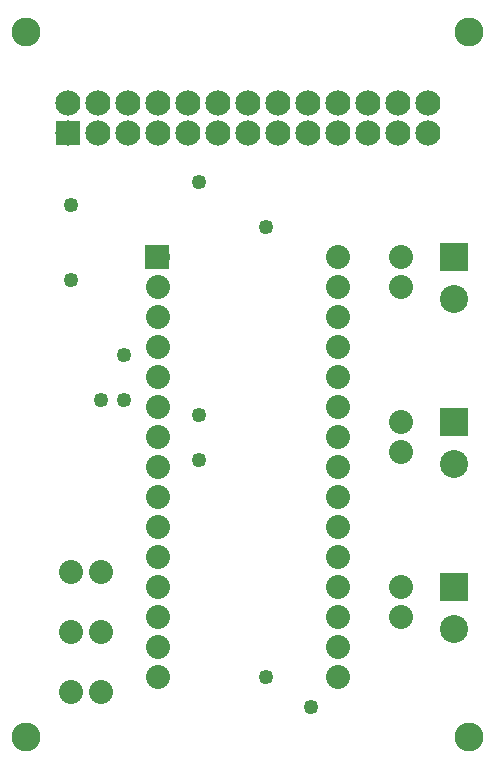
<source format=gts>
G04 MADE WITH FRITZING*
G04 WWW.FRITZING.ORG*
G04 DOUBLE SIDED*
G04 HOLES PLATED*
G04 CONTOUR ON CENTER OF CONTOUR VECTOR*
%ASAXBY*%
%FSLAX23Y23*%
%MOIN*%
%OFA0B0*%
%SFA1.0B1.0*%
%ADD10C,0.049370*%
%ADD11C,0.096614*%
%ADD12C,0.080000*%
%ADD13C,0.084000*%
%ADD14C,0.093307*%
%ADD15R,0.079972X0.080000*%
%ADD16R,0.084000X0.084000*%
%ADD17R,0.093307X0.093307*%
%LNMASK1*%
G90*
G70*
G54D10*
X875Y1775D03*
X875Y275D03*
X1025Y175D03*
G54D11*
X1550Y2425D03*
X75Y2425D03*
X75Y75D03*
X1550Y75D03*
G54D10*
X650Y1000D03*
X650Y1150D03*
X400Y1350D03*
X400Y1200D03*
X650Y1925D03*
X225Y1850D03*
X225Y1600D03*
X325Y1200D03*
G54D12*
X513Y1676D03*
X513Y1576D03*
X513Y1476D03*
X513Y1376D03*
X513Y1276D03*
X513Y1176D03*
X513Y1076D03*
X513Y976D03*
X513Y876D03*
X513Y776D03*
X513Y676D03*
X513Y576D03*
X513Y476D03*
X513Y376D03*
X513Y276D03*
X1113Y1676D03*
X1113Y1576D03*
X1113Y1476D03*
X1113Y1376D03*
X1113Y1276D03*
X1113Y1176D03*
X1113Y1076D03*
X1113Y976D03*
X1113Y876D03*
X1113Y776D03*
X1113Y676D03*
X1113Y576D03*
X1113Y476D03*
X1113Y376D03*
X1113Y276D03*
G54D13*
X213Y2190D03*
X313Y2190D03*
X413Y2190D03*
X513Y2190D03*
X613Y2190D03*
X713Y2190D03*
X813Y2190D03*
X913Y2190D03*
X1013Y2190D03*
X1113Y2190D03*
X1213Y2190D03*
X1313Y2190D03*
X1413Y2190D03*
X213Y2090D03*
X313Y2090D03*
X413Y2090D03*
X513Y2090D03*
X613Y2090D03*
X713Y2090D03*
X813Y2090D03*
X913Y2090D03*
X1013Y2090D03*
X1113Y2090D03*
X1213Y2090D03*
X1313Y2090D03*
X1413Y2090D03*
G54D12*
X1325Y575D03*
X1325Y475D03*
X1325Y1125D03*
X1325Y1025D03*
X1325Y1675D03*
X1325Y1575D03*
X225Y425D03*
X325Y425D03*
X225Y625D03*
X325Y625D03*
X225Y225D03*
X325Y225D03*
G54D14*
X1500Y1675D03*
X1500Y1537D03*
X1500Y1125D03*
X1500Y987D03*
X1500Y575D03*
X1500Y437D03*
G54D15*
X512Y1676D03*
G54D16*
X213Y2090D03*
G54D17*
X1500Y1675D03*
X1500Y1125D03*
X1500Y575D03*
G04 End of Mask1*
M02*
</source>
